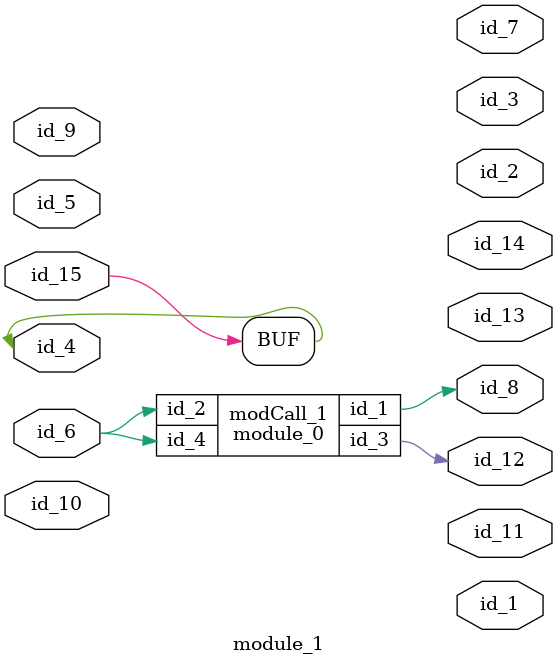
<source format=v>
module module_0 (
    id_1,
    id_2,
    id_3,
    id_4
);
  input wire id_4;
  output wire id_3;
  input wire id_2;
  output wire id_1;
endmodule
module module_1 (
    id_1,
    id_2,
    id_3,
    id_4,
    id_5,
    id_6,
    id_7,
    id_8,
    id_9,
    id_10,
    id_11,
    id_12,
    id_13,
    id_14,
    id_15
);
  input wire id_15;
  output wire id_14;
  output wire id_13;
  output wire id_12;
  output wire id_11;
  input wire id_10;
  input wire id_9;
  output wire id_8;
  output wire id_7;
  inout wire id_6;
  input wire id_5;
  inout wire id_4;
  output wire id_3;
  output wire id_2;
  output wire id_1;
  initial id_4 <= id_15;
  module_0 modCall_1 (
      id_8,
      id_6,
      id_12,
      id_6
  );
endmodule

</source>
